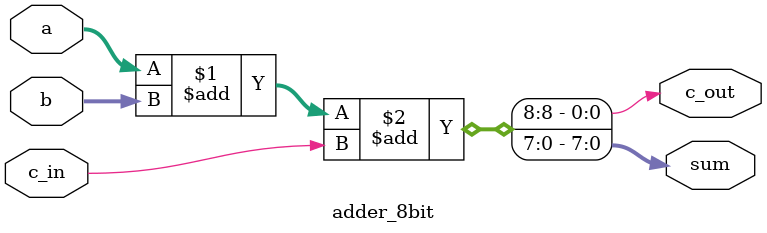
<source format=sv>
`timescale 1ns / 1ps

module adder_8bit(
	input logic [7:0] a,
	input logic [7:0] b,
	input logic c_in,
	output logic [7:0] sum,
	output logic c_out
);
	assign {c_out, sum} = a + b + c_in;
endmodule
</source>
